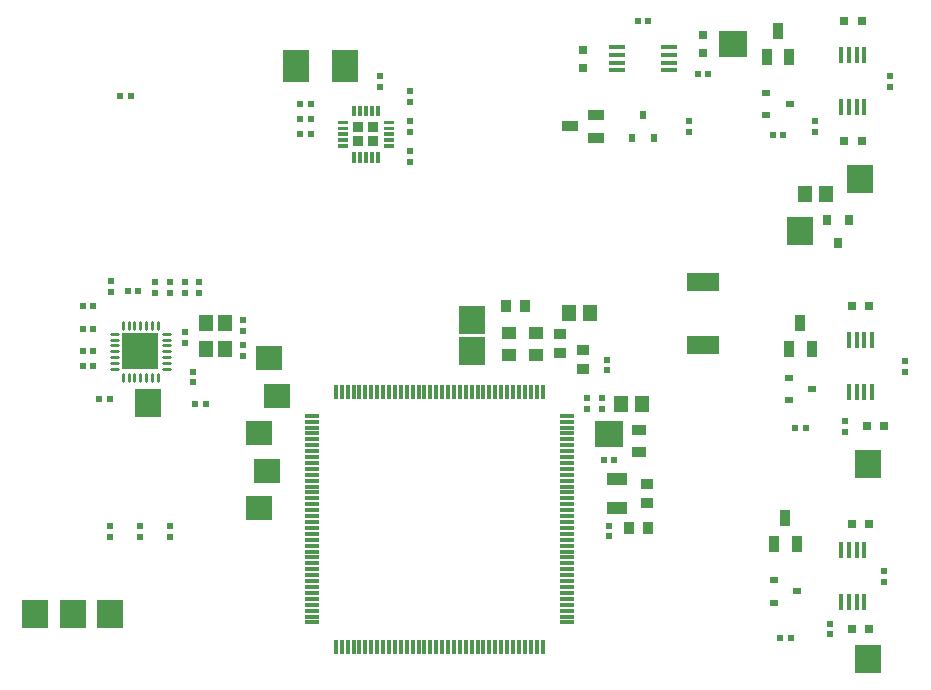
<source format=gbr>
G04 EAGLE Gerber RS-274X export*
G75*
%MOMM*%
%FSLAX34Y34*%
%LPD*%
%INSolderpaste Bottom*%
%IPPOS*%
%AMOC8*
5,1,8,0,0,1.08239X$1,22.5*%
G01*
%ADD10R,1.300000X1.050000*%
%ADD11R,0.300000X1.200000*%
%ADD12R,1.200000X0.300000*%
%ADD13R,0.500000X0.500000*%
%ADD14R,1.000000X0.950000*%
%ADD15R,0.950000X1.000000*%
%ADD16R,1.800000X1.000000*%
%ADD17R,1.300000X0.900000*%
%ADD18R,2.489200X2.235200*%
%ADD19R,2.235200X2.489200*%
%ADD20R,0.800000X0.900000*%
%ADD21R,1.150000X1.450000*%
%ADD22R,2.794000X1.498600*%
%ADD23R,0.620000X0.620000*%
%ADD24R,0.960000X0.960000*%
%ADD25C,0.018200*%
%ADD26R,2.286000X2.794000*%
%ADD27C,0.280000*%
%ADD28R,3.100000X3.100000*%
%ADD29R,1.450000X0.450000*%
%ADD30R,0.800000X0.800000*%
%ADD31R,1.400000X0.950000*%
%ADD32R,0.600000X0.700000*%
%ADD33R,0.450000X1.450000*%
%ADD34R,0.950000X1.400000*%
%ADD35R,0.700000X0.600000*%
%ADD36R,2.235200X2.057400*%
%ADD37R,1.150000X1.400000*%


D10*
X240100Y276500D03*
X217100Y276500D03*
X217100Y295000D03*
X240100Y295000D03*
D11*
X70234Y245414D03*
X75234Y245414D03*
X80234Y245414D03*
X85234Y245414D03*
X90234Y245414D03*
X95234Y245414D03*
X100234Y245414D03*
X105234Y245414D03*
X110234Y245414D03*
X115234Y245414D03*
X120234Y245414D03*
X125234Y245414D03*
X130234Y245414D03*
X135234Y245414D03*
X140234Y245414D03*
X145234Y245414D03*
X150234Y245414D03*
X155234Y245414D03*
X160234Y245414D03*
X165234Y245414D03*
X170234Y245414D03*
X175234Y245414D03*
X180234Y245414D03*
X185234Y245414D03*
X190234Y245414D03*
X195234Y245414D03*
X200234Y245414D03*
X205234Y245414D03*
X210234Y245414D03*
X215234Y245414D03*
X220234Y245414D03*
X225234Y245414D03*
X230234Y245414D03*
X235234Y245414D03*
X240234Y245414D03*
X245234Y245414D03*
D12*
X265734Y224914D03*
X265734Y219914D03*
X265734Y214914D03*
X265734Y209914D03*
X265734Y204914D03*
X265734Y199914D03*
X265734Y194914D03*
X265734Y189914D03*
X265734Y184914D03*
X265734Y179914D03*
X265734Y174914D03*
X265734Y169914D03*
X265734Y164914D03*
X265734Y159914D03*
X265734Y154914D03*
X265734Y149914D03*
X265734Y144914D03*
X265734Y139914D03*
X265734Y134914D03*
X265734Y129914D03*
X265734Y124914D03*
X265734Y119914D03*
X265734Y114914D03*
X265734Y109914D03*
X265734Y104914D03*
X265734Y99914D03*
X265734Y94914D03*
X265734Y89914D03*
X265734Y84914D03*
X265734Y79914D03*
X265734Y74914D03*
X265734Y69914D03*
X265734Y64914D03*
X265734Y59914D03*
X265734Y54914D03*
X265734Y49914D03*
D11*
X245234Y29414D03*
X240234Y29414D03*
X235234Y29414D03*
X230234Y29414D03*
X225234Y29414D03*
X220234Y29414D03*
X215234Y29414D03*
X210234Y29414D03*
X205234Y29414D03*
X200234Y29414D03*
X195234Y29414D03*
X190234Y29414D03*
X185234Y29414D03*
X180234Y29414D03*
X175234Y29414D03*
X170234Y29414D03*
X165234Y29414D03*
X160234Y29414D03*
X155234Y29414D03*
X150234Y29414D03*
X145234Y29414D03*
X140234Y29414D03*
X135234Y29414D03*
X130234Y29414D03*
X125234Y29414D03*
X120234Y29414D03*
X115234Y29414D03*
X110234Y29414D03*
X105234Y29414D03*
X100234Y29414D03*
X95234Y29414D03*
X90234Y29414D03*
X85234Y29414D03*
X80234Y29414D03*
X75234Y29414D03*
X70234Y29414D03*
D12*
X49734Y49914D03*
X49734Y54914D03*
X49734Y59914D03*
X49734Y64914D03*
X49734Y69914D03*
X49734Y74914D03*
X49734Y79914D03*
X49734Y84914D03*
X49734Y89914D03*
X49734Y94914D03*
X49734Y99914D03*
X49734Y104914D03*
X49734Y109914D03*
X49734Y114914D03*
X49734Y119914D03*
X49734Y124914D03*
X49734Y129914D03*
X49734Y134914D03*
X49734Y139914D03*
X49734Y144914D03*
X49734Y149914D03*
X49734Y154914D03*
X49734Y159914D03*
X49734Y164914D03*
X49734Y169914D03*
X49734Y174914D03*
X49734Y179914D03*
X49734Y184914D03*
X49734Y189914D03*
X49734Y194914D03*
X49734Y199914D03*
X49734Y204914D03*
X49734Y209914D03*
X49734Y214914D03*
X49734Y219914D03*
X49734Y224914D03*
D13*
X299974Y272216D03*
X299974Y263216D03*
D14*
X279908Y264542D03*
X279908Y280542D03*
D15*
X318644Y129540D03*
X334644Y129540D03*
D14*
X333502Y167004D03*
X333502Y151004D03*
D16*
X308102Y171504D03*
X308102Y146504D03*
D17*
X327152Y212954D03*
X327152Y193954D03*
D13*
X295402Y230704D03*
X295402Y239704D03*
X282702Y230704D03*
X282702Y239704D03*
D18*
X301752Y209804D03*
D19*
X520700Y19050D03*
X514350Y425450D03*
D18*
X406400Y539750D03*
D19*
X520700Y184150D03*
X463550Y381000D03*
D20*
X485800Y391000D03*
X504800Y391000D03*
X495300Y371000D03*
D21*
X485250Y412750D03*
X467250Y412750D03*
D22*
X381000Y284480D03*
X381000Y337820D03*
D13*
X-120650Y131500D03*
X-120650Y122500D03*
X-95250Y122500D03*
X-95250Y131500D03*
X-69850Y122500D03*
X-69850Y131500D03*
D19*
X185420Y279400D03*
X185420Y305562D03*
D13*
X133350Y440000D03*
X133350Y449000D03*
X39950Y476250D03*
X48950Y476250D03*
X39950Y463550D03*
X48950Y463550D03*
X133350Y490800D03*
X133350Y499800D03*
X133350Y474400D03*
X133350Y465400D03*
D23*
X107950Y503500D03*
X107950Y512500D03*
D24*
X101350Y469650D03*
X89150Y469650D03*
X89150Y457450D03*
X101350Y457450D03*
D25*
X110841Y474759D02*
X118759Y474759D01*
X118759Y472341D01*
X110841Y472341D01*
X110841Y474759D01*
X110841Y472514D02*
X118759Y472514D01*
X118759Y472687D02*
X110841Y472687D01*
X110841Y472860D02*
X118759Y472860D01*
X118759Y473033D02*
X110841Y473033D01*
X110841Y473206D02*
X118759Y473206D01*
X118759Y473379D02*
X110841Y473379D01*
X110841Y473552D02*
X118759Y473552D01*
X118759Y473725D02*
X110841Y473725D01*
X110841Y473898D02*
X118759Y473898D01*
X118759Y474071D02*
X110841Y474071D01*
X110841Y474244D02*
X118759Y474244D01*
X118759Y474417D02*
X110841Y474417D01*
X110841Y474590D02*
X118759Y474590D01*
X118759Y469759D02*
X110841Y469759D01*
X118759Y469759D02*
X118759Y467341D01*
X110841Y467341D01*
X110841Y469759D01*
X110841Y467514D02*
X118759Y467514D01*
X118759Y467687D02*
X110841Y467687D01*
X110841Y467860D02*
X118759Y467860D01*
X118759Y468033D02*
X110841Y468033D01*
X110841Y468206D02*
X118759Y468206D01*
X118759Y468379D02*
X110841Y468379D01*
X110841Y468552D02*
X118759Y468552D01*
X118759Y468725D02*
X110841Y468725D01*
X110841Y468898D02*
X118759Y468898D01*
X118759Y469071D02*
X110841Y469071D01*
X110841Y469244D02*
X118759Y469244D01*
X118759Y469417D02*
X110841Y469417D01*
X110841Y469590D02*
X118759Y469590D01*
X118759Y464759D02*
X110841Y464759D01*
X118759Y464759D02*
X118759Y462341D01*
X110841Y462341D01*
X110841Y464759D01*
X110841Y462514D02*
X118759Y462514D01*
X118759Y462687D02*
X110841Y462687D01*
X110841Y462860D02*
X118759Y462860D01*
X118759Y463033D02*
X110841Y463033D01*
X110841Y463206D02*
X118759Y463206D01*
X118759Y463379D02*
X110841Y463379D01*
X110841Y463552D02*
X118759Y463552D01*
X118759Y463725D02*
X110841Y463725D01*
X110841Y463898D02*
X118759Y463898D01*
X118759Y464071D02*
X110841Y464071D01*
X110841Y464244D02*
X118759Y464244D01*
X118759Y464417D02*
X110841Y464417D01*
X110841Y464590D02*
X118759Y464590D01*
X118759Y459759D02*
X110841Y459759D01*
X118759Y459759D02*
X118759Y457341D01*
X110841Y457341D01*
X110841Y459759D01*
X110841Y457514D02*
X118759Y457514D01*
X118759Y457687D02*
X110841Y457687D01*
X110841Y457860D02*
X118759Y457860D01*
X118759Y458033D02*
X110841Y458033D01*
X110841Y458206D02*
X118759Y458206D01*
X118759Y458379D02*
X110841Y458379D01*
X110841Y458552D02*
X118759Y458552D01*
X118759Y458725D02*
X110841Y458725D01*
X110841Y458898D02*
X118759Y458898D01*
X118759Y459071D02*
X110841Y459071D01*
X110841Y459244D02*
X118759Y459244D01*
X118759Y459417D02*
X110841Y459417D01*
X110841Y459590D02*
X118759Y459590D01*
X118759Y454759D02*
X110841Y454759D01*
X118759Y454759D02*
X118759Y452341D01*
X110841Y452341D01*
X110841Y454759D01*
X110841Y452514D02*
X118759Y452514D01*
X118759Y452687D02*
X110841Y452687D01*
X110841Y452860D02*
X118759Y452860D01*
X118759Y453033D02*
X110841Y453033D01*
X110841Y453206D02*
X118759Y453206D01*
X118759Y453379D02*
X110841Y453379D01*
X110841Y453552D02*
X118759Y453552D01*
X118759Y453725D02*
X110841Y453725D01*
X110841Y453898D02*
X118759Y453898D01*
X118759Y454071D02*
X110841Y454071D01*
X110841Y454244D02*
X118759Y454244D01*
X118759Y454417D02*
X110841Y454417D01*
X110841Y454590D02*
X118759Y454590D01*
X106459Y447959D02*
X106459Y440041D01*
X104041Y440041D01*
X104041Y447959D01*
X106459Y447959D01*
X106459Y440214D02*
X104041Y440214D01*
X104041Y440387D02*
X106459Y440387D01*
X106459Y440560D02*
X104041Y440560D01*
X104041Y440733D02*
X106459Y440733D01*
X106459Y440906D02*
X104041Y440906D01*
X104041Y441079D02*
X106459Y441079D01*
X106459Y441252D02*
X104041Y441252D01*
X104041Y441425D02*
X106459Y441425D01*
X106459Y441598D02*
X104041Y441598D01*
X104041Y441771D02*
X106459Y441771D01*
X106459Y441944D02*
X104041Y441944D01*
X104041Y442117D02*
X106459Y442117D01*
X106459Y442290D02*
X104041Y442290D01*
X104041Y442463D02*
X106459Y442463D01*
X106459Y442636D02*
X104041Y442636D01*
X104041Y442809D02*
X106459Y442809D01*
X106459Y442982D02*
X104041Y442982D01*
X104041Y443155D02*
X106459Y443155D01*
X106459Y443328D02*
X104041Y443328D01*
X104041Y443501D02*
X106459Y443501D01*
X106459Y443674D02*
X104041Y443674D01*
X104041Y443847D02*
X106459Y443847D01*
X106459Y444020D02*
X104041Y444020D01*
X104041Y444193D02*
X106459Y444193D01*
X106459Y444366D02*
X104041Y444366D01*
X104041Y444539D02*
X106459Y444539D01*
X106459Y444712D02*
X104041Y444712D01*
X104041Y444885D02*
X106459Y444885D01*
X106459Y445058D02*
X104041Y445058D01*
X104041Y445231D02*
X106459Y445231D01*
X106459Y445404D02*
X104041Y445404D01*
X104041Y445577D02*
X106459Y445577D01*
X106459Y445750D02*
X104041Y445750D01*
X104041Y445923D02*
X106459Y445923D01*
X106459Y446096D02*
X104041Y446096D01*
X104041Y446269D02*
X106459Y446269D01*
X106459Y446442D02*
X104041Y446442D01*
X104041Y446615D02*
X106459Y446615D01*
X106459Y446788D02*
X104041Y446788D01*
X104041Y446961D02*
X106459Y446961D01*
X106459Y447134D02*
X104041Y447134D01*
X104041Y447307D02*
X106459Y447307D01*
X106459Y447480D02*
X104041Y447480D01*
X104041Y447653D02*
X106459Y447653D01*
X106459Y447826D02*
X104041Y447826D01*
X101459Y447959D02*
X101459Y440041D01*
X99041Y440041D01*
X99041Y447959D01*
X101459Y447959D01*
X101459Y440214D02*
X99041Y440214D01*
X99041Y440387D02*
X101459Y440387D01*
X101459Y440560D02*
X99041Y440560D01*
X99041Y440733D02*
X101459Y440733D01*
X101459Y440906D02*
X99041Y440906D01*
X99041Y441079D02*
X101459Y441079D01*
X101459Y441252D02*
X99041Y441252D01*
X99041Y441425D02*
X101459Y441425D01*
X101459Y441598D02*
X99041Y441598D01*
X99041Y441771D02*
X101459Y441771D01*
X101459Y441944D02*
X99041Y441944D01*
X99041Y442117D02*
X101459Y442117D01*
X101459Y442290D02*
X99041Y442290D01*
X99041Y442463D02*
X101459Y442463D01*
X101459Y442636D02*
X99041Y442636D01*
X99041Y442809D02*
X101459Y442809D01*
X101459Y442982D02*
X99041Y442982D01*
X99041Y443155D02*
X101459Y443155D01*
X101459Y443328D02*
X99041Y443328D01*
X99041Y443501D02*
X101459Y443501D01*
X101459Y443674D02*
X99041Y443674D01*
X99041Y443847D02*
X101459Y443847D01*
X101459Y444020D02*
X99041Y444020D01*
X99041Y444193D02*
X101459Y444193D01*
X101459Y444366D02*
X99041Y444366D01*
X99041Y444539D02*
X101459Y444539D01*
X101459Y444712D02*
X99041Y444712D01*
X99041Y444885D02*
X101459Y444885D01*
X101459Y445058D02*
X99041Y445058D01*
X99041Y445231D02*
X101459Y445231D01*
X101459Y445404D02*
X99041Y445404D01*
X99041Y445577D02*
X101459Y445577D01*
X101459Y445750D02*
X99041Y445750D01*
X99041Y445923D02*
X101459Y445923D01*
X101459Y446096D02*
X99041Y446096D01*
X99041Y446269D02*
X101459Y446269D01*
X101459Y446442D02*
X99041Y446442D01*
X99041Y446615D02*
X101459Y446615D01*
X101459Y446788D02*
X99041Y446788D01*
X99041Y446961D02*
X101459Y446961D01*
X101459Y447134D02*
X99041Y447134D01*
X99041Y447307D02*
X101459Y447307D01*
X101459Y447480D02*
X99041Y447480D01*
X99041Y447653D02*
X101459Y447653D01*
X101459Y447826D02*
X99041Y447826D01*
X96459Y447959D02*
X96459Y440041D01*
X94041Y440041D01*
X94041Y447959D01*
X96459Y447959D01*
X96459Y440214D02*
X94041Y440214D01*
X94041Y440387D02*
X96459Y440387D01*
X96459Y440560D02*
X94041Y440560D01*
X94041Y440733D02*
X96459Y440733D01*
X96459Y440906D02*
X94041Y440906D01*
X94041Y441079D02*
X96459Y441079D01*
X96459Y441252D02*
X94041Y441252D01*
X94041Y441425D02*
X96459Y441425D01*
X96459Y441598D02*
X94041Y441598D01*
X94041Y441771D02*
X96459Y441771D01*
X96459Y441944D02*
X94041Y441944D01*
X94041Y442117D02*
X96459Y442117D01*
X96459Y442290D02*
X94041Y442290D01*
X94041Y442463D02*
X96459Y442463D01*
X96459Y442636D02*
X94041Y442636D01*
X94041Y442809D02*
X96459Y442809D01*
X96459Y442982D02*
X94041Y442982D01*
X94041Y443155D02*
X96459Y443155D01*
X96459Y443328D02*
X94041Y443328D01*
X94041Y443501D02*
X96459Y443501D01*
X96459Y443674D02*
X94041Y443674D01*
X94041Y443847D02*
X96459Y443847D01*
X96459Y444020D02*
X94041Y444020D01*
X94041Y444193D02*
X96459Y444193D01*
X96459Y444366D02*
X94041Y444366D01*
X94041Y444539D02*
X96459Y444539D01*
X96459Y444712D02*
X94041Y444712D01*
X94041Y444885D02*
X96459Y444885D01*
X96459Y445058D02*
X94041Y445058D01*
X94041Y445231D02*
X96459Y445231D01*
X96459Y445404D02*
X94041Y445404D01*
X94041Y445577D02*
X96459Y445577D01*
X96459Y445750D02*
X94041Y445750D01*
X94041Y445923D02*
X96459Y445923D01*
X96459Y446096D02*
X94041Y446096D01*
X94041Y446269D02*
X96459Y446269D01*
X96459Y446442D02*
X94041Y446442D01*
X94041Y446615D02*
X96459Y446615D01*
X96459Y446788D02*
X94041Y446788D01*
X94041Y446961D02*
X96459Y446961D01*
X96459Y447134D02*
X94041Y447134D01*
X94041Y447307D02*
X96459Y447307D01*
X96459Y447480D02*
X94041Y447480D01*
X94041Y447653D02*
X96459Y447653D01*
X96459Y447826D02*
X94041Y447826D01*
X91459Y447959D02*
X91459Y440041D01*
X89041Y440041D01*
X89041Y447959D01*
X91459Y447959D01*
X91459Y440214D02*
X89041Y440214D01*
X89041Y440387D02*
X91459Y440387D01*
X91459Y440560D02*
X89041Y440560D01*
X89041Y440733D02*
X91459Y440733D01*
X91459Y440906D02*
X89041Y440906D01*
X89041Y441079D02*
X91459Y441079D01*
X91459Y441252D02*
X89041Y441252D01*
X89041Y441425D02*
X91459Y441425D01*
X91459Y441598D02*
X89041Y441598D01*
X89041Y441771D02*
X91459Y441771D01*
X91459Y441944D02*
X89041Y441944D01*
X89041Y442117D02*
X91459Y442117D01*
X91459Y442290D02*
X89041Y442290D01*
X89041Y442463D02*
X91459Y442463D01*
X91459Y442636D02*
X89041Y442636D01*
X89041Y442809D02*
X91459Y442809D01*
X91459Y442982D02*
X89041Y442982D01*
X89041Y443155D02*
X91459Y443155D01*
X91459Y443328D02*
X89041Y443328D01*
X89041Y443501D02*
X91459Y443501D01*
X91459Y443674D02*
X89041Y443674D01*
X89041Y443847D02*
X91459Y443847D01*
X91459Y444020D02*
X89041Y444020D01*
X89041Y444193D02*
X91459Y444193D01*
X91459Y444366D02*
X89041Y444366D01*
X89041Y444539D02*
X91459Y444539D01*
X91459Y444712D02*
X89041Y444712D01*
X89041Y444885D02*
X91459Y444885D01*
X91459Y445058D02*
X89041Y445058D01*
X89041Y445231D02*
X91459Y445231D01*
X91459Y445404D02*
X89041Y445404D01*
X89041Y445577D02*
X91459Y445577D01*
X91459Y445750D02*
X89041Y445750D01*
X89041Y445923D02*
X91459Y445923D01*
X91459Y446096D02*
X89041Y446096D01*
X89041Y446269D02*
X91459Y446269D01*
X91459Y446442D02*
X89041Y446442D01*
X89041Y446615D02*
X91459Y446615D01*
X91459Y446788D02*
X89041Y446788D01*
X89041Y446961D02*
X91459Y446961D01*
X91459Y447134D02*
X89041Y447134D01*
X89041Y447307D02*
X91459Y447307D01*
X91459Y447480D02*
X89041Y447480D01*
X89041Y447653D02*
X91459Y447653D01*
X91459Y447826D02*
X89041Y447826D01*
X86459Y447959D02*
X86459Y440041D01*
X84041Y440041D01*
X84041Y447959D01*
X86459Y447959D01*
X86459Y440214D02*
X84041Y440214D01*
X84041Y440387D02*
X86459Y440387D01*
X86459Y440560D02*
X84041Y440560D01*
X84041Y440733D02*
X86459Y440733D01*
X86459Y440906D02*
X84041Y440906D01*
X84041Y441079D02*
X86459Y441079D01*
X86459Y441252D02*
X84041Y441252D01*
X84041Y441425D02*
X86459Y441425D01*
X86459Y441598D02*
X84041Y441598D01*
X84041Y441771D02*
X86459Y441771D01*
X86459Y441944D02*
X84041Y441944D01*
X84041Y442117D02*
X86459Y442117D01*
X86459Y442290D02*
X84041Y442290D01*
X84041Y442463D02*
X86459Y442463D01*
X86459Y442636D02*
X84041Y442636D01*
X84041Y442809D02*
X86459Y442809D01*
X86459Y442982D02*
X84041Y442982D01*
X84041Y443155D02*
X86459Y443155D01*
X86459Y443328D02*
X84041Y443328D01*
X84041Y443501D02*
X86459Y443501D01*
X86459Y443674D02*
X84041Y443674D01*
X84041Y443847D02*
X86459Y443847D01*
X86459Y444020D02*
X84041Y444020D01*
X84041Y444193D02*
X86459Y444193D01*
X86459Y444366D02*
X84041Y444366D01*
X84041Y444539D02*
X86459Y444539D01*
X86459Y444712D02*
X84041Y444712D01*
X84041Y444885D02*
X86459Y444885D01*
X86459Y445058D02*
X84041Y445058D01*
X84041Y445231D02*
X86459Y445231D01*
X86459Y445404D02*
X84041Y445404D01*
X84041Y445577D02*
X86459Y445577D01*
X86459Y445750D02*
X84041Y445750D01*
X84041Y445923D02*
X86459Y445923D01*
X86459Y446096D02*
X84041Y446096D01*
X84041Y446269D02*
X86459Y446269D01*
X86459Y446442D02*
X84041Y446442D01*
X84041Y446615D02*
X86459Y446615D01*
X86459Y446788D02*
X84041Y446788D01*
X84041Y446961D02*
X86459Y446961D01*
X86459Y447134D02*
X84041Y447134D01*
X84041Y447307D02*
X86459Y447307D01*
X86459Y447480D02*
X84041Y447480D01*
X84041Y447653D02*
X86459Y447653D01*
X86459Y447826D02*
X84041Y447826D01*
X79659Y452341D02*
X71741Y452341D01*
X71741Y454759D01*
X79659Y454759D01*
X79659Y452341D01*
X79659Y452514D02*
X71741Y452514D01*
X71741Y452687D02*
X79659Y452687D01*
X79659Y452860D02*
X71741Y452860D01*
X71741Y453033D02*
X79659Y453033D01*
X79659Y453206D02*
X71741Y453206D01*
X71741Y453379D02*
X79659Y453379D01*
X79659Y453552D02*
X71741Y453552D01*
X71741Y453725D02*
X79659Y453725D01*
X79659Y453898D02*
X71741Y453898D01*
X71741Y454071D02*
X79659Y454071D01*
X79659Y454244D02*
X71741Y454244D01*
X71741Y454417D02*
X79659Y454417D01*
X79659Y454590D02*
X71741Y454590D01*
X71741Y457341D02*
X79659Y457341D01*
X71741Y457341D02*
X71741Y459759D01*
X79659Y459759D01*
X79659Y457341D01*
X79659Y457514D02*
X71741Y457514D01*
X71741Y457687D02*
X79659Y457687D01*
X79659Y457860D02*
X71741Y457860D01*
X71741Y458033D02*
X79659Y458033D01*
X79659Y458206D02*
X71741Y458206D01*
X71741Y458379D02*
X79659Y458379D01*
X79659Y458552D02*
X71741Y458552D01*
X71741Y458725D02*
X79659Y458725D01*
X79659Y458898D02*
X71741Y458898D01*
X71741Y459071D02*
X79659Y459071D01*
X79659Y459244D02*
X71741Y459244D01*
X71741Y459417D02*
X79659Y459417D01*
X79659Y459590D02*
X71741Y459590D01*
X71741Y462341D02*
X79659Y462341D01*
X71741Y462341D02*
X71741Y464759D01*
X79659Y464759D01*
X79659Y462341D01*
X79659Y462514D02*
X71741Y462514D01*
X71741Y462687D02*
X79659Y462687D01*
X79659Y462860D02*
X71741Y462860D01*
X71741Y463033D02*
X79659Y463033D01*
X79659Y463206D02*
X71741Y463206D01*
X71741Y463379D02*
X79659Y463379D01*
X79659Y463552D02*
X71741Y463552D01*
X71741Y463725D02*
X79659Y463725D01*
X79659Y463898D02*
X71741Y463898D01*
X71741Y464071D02*
X79659Y464071D01*
X79659Y464244D02*
X71741Y464244D01*
X71741Y464417D02*
X79659Y464417D01*
X79659Y464590D02*
X71741Y464590D01*
X71741Y467341D02*
X79659Y467341D01*
X71741Y467341D02*
X71741Y469759D01*
X79659Y469759D01*
X79659Y467341D01*
X79659Y467514D02*
X71741Y467514D01*
X71741Y467687D02*
X79659Y467687D01*
X79659Y467860D02*
X71741Y467860D01*
X71741Y468033D02*
X79659Y468033D01*
X79659Y468206D02*
X71741Y468206D01*
X71741Y468379D02*
X79659Y468379D01*
X79659Y468552D02*
X71741Y468552D01*
X71741Y468725D02*
X79659Y468725D01*
X79659Y468898D02*
X71741Y468898D01*
X71741Y469071D02*
X79659Y469071D01*
X79659Y469244D02*
X71741Y469244D01*
X71741Y469417D02*
X79659Y469417D01*
X79659Y469590D02*
X71741Y469590D01*
X71741Y472341D02*
X79659Y472341D01*
X71741Y472341D02*
X71741Y474759D01*
X79659Y474759D01*
X79659Y472341D01*
X79659Y472514D02*
X71741Y472514D01*
X71741Y472687D02*
X79659Y472687D01*
X79659Y472860D02*
X71741Y472860D01*
X71741Y473033D02*
X79659Y473033D01*
X79659Y473206D02*
X71741Y473206D01*
X71741Y473379D02*
X79659Y473379D01*
X79659Y473552D02*
X71741Y473552D01*
X71741Y473725D02*
X79659Y473725D01*
X79659Y473898D02*
X71741Y473898D01*
X71741Y474071D02*
X79659Y474071D01*
X79659Y474244D02*
X71741Y474244D01*
X71741Y474417D02*
X79659Y474417D01*
X79659Y474590D02*
X71741Y474590D01*
X84041Y479141D02*
X84041Y487059D01*
X86459Y487059D01*
X86459Y479141D01*
X84041Y479141D01*
X84041Y479314D02*
X86459Y479314D01*
X86459Y479487D02*
X84041Y479487D01*
X84041Y479660D02*
X86459Y479660D01*
X86459Y479833D02*
X84041Y479833D01*
X84041Y480006D02*
X86459Y480006D01*
X86459Y480179D02*
X84041Y480179D01*
X84041Y480352D02*
X86459Y480352D01*
X86459Y480525D02*
X84041Y480525D01*
X84041Y480698D02*
X86459Y480698D01*
X86459Y480871D02*
X84041Y480871D01*
X84041Y481044D02*
X86459Y481044D01*
X86459Y481217D02*
X84041Y481217D01*
X84041Y481390D02*
X86459Y481390D01*
X86459Y481563D02*
X84041Y481563D01*
X84041Y481736D02*
X86459Y481736D01*
X86459Y481909D02*
X84041Y481909D01*
X84041Y482082D02*
X86459Y482082D01*
X86459Y482255D02*
X84041Y482255D01*
X84041Y482428D02*
X86459Y482428D01*
X86459Y482601D02*
X84041Y482601D01*
X84041Y482774D02*
X86459Y482774D01*
X86459Y482947D02*
X84041Y482947D01*
X84041Y483120D02*
X86459Y483120D01*
X86459Y483293D02*
X84041Y483293D01*
X84041Y483466D02*
X86459Y483466D01*
X86459Y483639D02*
X84041Y483639D01*
X84041Y483812D02*
X86459Y483812D01*
X86459Y483985D02*
X84041Y483985D01*
X84041Y484158D02*
X86459Y484158D01*
X86459Y484331D02*
X84041Y484331D01*
X84041Y484504D02*
X86459Y484504D01*
X86459Y484677D02*
X84041Y484677D01*
X84041Y484850D02*
X86459Y484850D01*
X86459Y485023D02*
X84041Y485023D01*
X84041Y485196D02*
X86459Y485196D01*
X86459Y485369D02*
X84041Y485369D01*
X84041Y485542D02*
X86459Y485542D01*
X86459Y485715D02*
X84041Y485715D01*
X84041Y485888D02*
X86459Y485888D01*
X86459Y486061D02*
X84041Y486061D01*
X84041Y486234D02*
X86459Y486234D01*
X86459Y486407D02*
X84041Y486407D01*
X84041Y486580D02*
X86459Y486580D01*
X86459Y486753D02*
X84041Y486753D01*
X84041Y486926D02*
X86459Y486926D01*
X89041Y487059D02*
X89041Y479141D01*
X89041Y487059D02*
X91459Y487059D01*
X91459Y479141D01*
X89041Y479141D01*
X89041Y479314D02*
X91459Y479314D01*
X91459Y479487D02*
X89041Y479487D01*
X89041Y479660D02*
X91459Y479660D01*
X91459Y479833D02*
X89041Y479833D01*
X89041Y480006D02*
X91459Y480006D01*
X91459Y480179D02*
X89041Y480179D01*
X89041Y480352D02*
X91459Y480352D01*
X91459Y480525D02*
X89041Y480525D01*
X89041Y480698D02*
X91459Y480698D01*
X91459Y480871D02*
X89041Y480871D01*
X89041Y481044D02*
X91459Y481044D01*
X91459Y481217D02*
X89041Y481217D01*
X89041Y481390D02*
X91459Y481390D01*
X91459Y481563D02*
X89041Y481563D01*
X89041Y481736D02*
X91459Y481736D01*
X91459Y481909D02*
X89041Y481909D01*
X89041Y482082D02*
X91459Y482082D01*
X91459Y482255D02*
X89041Y482255D01*
X89041Y482428D02*
X91459Y482428D01*
X91459Y482601D02*
X89041Y482601D01*
X89041Y482774D02*
X91459Y482774D01*
X91459Y482947D02*
X89041Y482947D01*
X89041Y483120D02*
X91459Y483120D01*
X91459Y483293D02*
X89041Y483293D01*
X89041Y483466D02*
X91459Y483466D01*
X91459Y483639D02*
X89041Y483639D01*
X89041Y483812D02*
X91459Y483812D01*
X91459Y483985D02*
X89041Y483985D01*
X89041Y484158D02*
X91459Y484158D01*
X91459Y484331D02*
X89041Y484331D01*
X89041Y484504D02*
X91459Y484504D01*
X91459Y484677D02*
X89041Y484677D01*
X89041Y484850D02*
X91459Y484850D01*
X91459Y485023D02*
X89041Y485023D01*
X89041Y485196D02*
X91459Y485196D01*
X91459Y485369D02*
X89041Y485369D01*
X89041Y485542D02*
X91459Y485542D01*
X91459Y485715D02*
X89041Y485715D01*
X89041Y485888D02*
X91459Y485888D01*
X91459Y486061D02*
X89041Y486061D01*
X89041Y486234D02*
X91459Y486234D01*
X91459Y486407D02*
X89041Y486407D01*
X89041Y486580D02*
X91459Y486580D01*
X91459Y486753D02*
X89041Y486753D01*
X89041Y486926D02*
X91459Y486926D01*
X94041Y487059D02*
X94041Y479141D01*
X94041Y487059D02*
X96459Y487059D01*
X96459Y479141D01*
X94041Y479141D01*
X94041Y479314D02*
X96459Y479314D01*
X96459Y479487D02*
X94041Y479487D01*
X94041Y479660D02*
X96459Y479660D01*
X96459Y479833D02*
X94041Y479833D01*
X94041Y480006D02*
X96459Y480006D01*
X96459Y480179D02*
X94041Y480179D01*
X94041Y480352D02*
X96459Y480352D01*
X96459Y480525D02*
X94041Y480525D01*
X94041Y480698D02*
X96459Y480698D01*
X96459Y480871D02*
X94041Y480871D01*
X94041Y481044D02*
X96459Y481044D01*
X96459Y481217D02*
X94041Y481217D01*
X94041Y481390D02*
X96459Y481390D01*
X96459Y481563D02*
X94041Y481563D01*
X94041Y481736D02*
X96459Y481736D01*
X96459Y481909D02*
X94041Y481909D01*
X94041Y482082D02*
X96459Y482082D01*
X96459Y482255D02*
X94041Y482255D01*
X94041Y482428D02*
X96459Y482428D01*
X96459Y482601D02*
X94041Y482601D01*
X94041Y482774D02*
X96459Y482774D01*
X96459Y482947D02*
X94041Y482947D01*
X94041Y483120D02*
X96459Y483120D01*
X96459Y483293D02*
X94041Y483293D01*
X94041Y483466D02*
X96459Y483466D01*
X96459Y483639D02*
X94041Y483639D01*
X94041Y483812D02*
X96459Y483812D01*
X96459Y483985D02*
X94041Y483985D01*
X94041Y484158D02*
X96459Y484158D01*
X96459Y484331D02*
X94041Y484331D01*
X94041Y484504D02*
X96459Y484504D01*
X96459Y484677D02*
X94041Y484677D01*
X94041Y484850D02*
X96459Y484850D01*
X96459Y485023D02*
X94041Y485023D01*
X94041Y485196D02*
X96459Y485196D01*
X96459Y485369D02*
X94041Y485369D01*
X94041Y485542D02*
X96459Y485542D01*
X96459Y485715D02*
X94041Y485715D01*
X94041Y485888D02*
X96459Y485888D01*
X96459Y486061D02*
X94041Y486061D01*
X94041Y486234D02*
X96459Y486234D01*
X96459Y486407D02*
X94041Y486407D01*
X94041Y486580D02*
X96459Y486580D01*
X96459Y486753D02*
X94041Y486753D01*
X94041Y486926D02*
X96459Y486926D01*
X99041Y487059D02*
X99041Y479141D01*
X99041Y487059D02*
X101459Y487059D01*
X101459Y479141D01*
X99041Y479141D01*
X99041Y479314D02*
X101459Y479314D01*
X101459Y479487D02*
X99041Y479487D01*
X99041Y479660D02*
X101459Y479660D01*
X101459Y479833D02*
X99041Y479833D01*
X99041Y480006D02*
X101459Y480006D01*
X101459Y480179D02*
X99041Y480179D01*
X99041Y480352D02*
X101459Y480352D01*
X101459Y480525D02*
X99041Y480525D01*
X99041Y480698D02*
X101459Y480698D01*
X101459Y480871D02*
X99041Y480871D01*
X99041Y481044D02*
X101459Y481044D01*
X101459Y481217D02*
X99041Y481217D01*
X99041Y481390D02*
X101459Y481390D01*
X101459Y481563D02*
X99041Y481563D01*
X99041Y481736D02*
X101459Y481736D01*
X101459Y481909D02*
X99041Y481909D01*
X99041Y482082D02*
X101459Y482082D01*
X101459Y482255D02*
X99041Y482255D01*
X99041Y482428D02*
X101459Y482428D01*
X101459Y482601D02*
X99041Y482601D01*
X99041Y482774D02*
X101459Y482774D01*
X101459Y482947D02*
X99041Y482947D01*
X99041Y483120D02*
X101459Y483120D01*
X101459Y483293D02*
X99041Y483293D01*
X99041Y483466D02*
X101459Y483466D01*
X101459Y483639D02*
X99041Y483639D01*
X99041Y483812D02*
X101459Y483812D01*
X101459Y483985D02*
X99041Y483985D01*
X99041Y484158D02*
X101459Y484158D01*
X101459Y484331D02*
X99041Y484331D01*
X99041Y484504D02*
X101459Y484504D01*
X101459Y484677D02*
X99041Y484677D01*
X99041Y484850D02*
X101459Y484850D01*
X101459Y485023D02*
X99041Y485023D01*
X99041Y485196D02*
X101459Y485196D01*
X101459Y485369D02*
X99041Y485369D01*
X99041Y485542D02*
X101459Y485542D01*
X101459Y485715D02*
X99041Y485715D01*
X99041Y485888D02*
X101459Y485888D01*
X101459Y486061D02*
X99041Y486061D01*
X99041Y486234D02*
X101459Y486234D01*
X101459Y486407D02*
X99041Y486407D01*
X99041Y486580D02*
X101459Y486580D01*
X101459Y486753D02*
X99041Y486753D01*
X99041Y486926D02*
X101459Y486926D01*
X104041Y487059D02*
X104041Y479141D01*
X104041Y487059D02*
X106459Y487059D01*
X106459Y479141D01*
X104041Y479141D01*
X104041Y479314D02*
X106459Y479314D01*
X106459Y479487D02*
X104041Y479487D01*
X104041Y479660D02*
X106459Y479660D01*
X106459Y479833D02*
X104041Y479833D01*
X104041Y480006D02*
X106459Y480006D01*
X106459Y480179D02*
X104041Y480179D01*
X104041Y480352D02*
X106459Y480352D01*
X106459Y480525D02*
X104041Y480525D01*
X104041Y480698D02*
X106459Y480698D01*
X106459Y480871D02*
X104041Y480871D01*
X104041Y481044D02*
X106459Y481044D01*
X106459Y481217D02*
X104041Y481217D01*
X104041Y481390D02*
X106459Y481390D01*
X106459Y481563D02*
X104041Y481563D01*
X104041Y481736D02*
X106459Y481736D01*
X106459Y481909D02*
X104041Y481909D01*
X104041Y482082D02*
X106459Y482082D01*
X106459Y482255D02*
X104041Y482255D01*
X104041Y482428D02*
X106459Y482428D01*
X106459Y482601D02*
X104041Y482601D01*
X104041Y482774D02*
X106459Y482774D01*
X106459Y482947D02*
X104041Y482947D01*
X104041Y483120D02*
X106459Y483120D01*
X106459Y483293D02*
X104041Y483293D01*
X104041Y483466D02*
X106459Y483466D01*
X106459Y483639D02*
X104041Y483639D01*
X104041Y483812D02*
X106459Y483812D01*
X106459Y483985D02*
X104041Y483985D01*
X104041Y484158D02*
X106459Y484158D01*
X106459Y484331D02*
X104041Y484331D01*
X104041Y484504D02*
X106459Y484504D01*
X106459Y484677D02*
X104041Y484677D01*
X104041Y484850D02*
X106459Y484850D01*
X106459Y485023D02*
X104041Y485023D01*
X104041Y485196D02*
X106459Y485196D01*
X106459Y485369D02*
X104041Y485369D01*
X104041Y485542D02*
X106459Y485542D01*
X106459Y485715D02*
X104041Y485715D01*
X104041Y485888D02*
X106459Y485888D01*
X106459Y486061D02*
X104041Y486061D01*
X104041Y486234D02*
X106459Y486234D01*
X106459Y486407D02*
X104041Y486407D01*
X104041Y486580D02*
X106459Y486580D01*
X106459Y486753D02*
X104041Y486753D01*
X104041Y486926D02*
X106459Y486926D01*
D26*
X36690Y520700D03*
X77610Y520700D03*
D23*
X48950Y488950D03*
X39950Y488950D03*
D15*
X214250Y317500D03*
X230250Y317500D03*
D14*
X260350Y277750D03*
X260350Y293750D03*
D21*
X311802Y235204D03*
X329802Y235204D03*
X285606Y312166D03*
X267606Y312166D03*
D23*
X305998Y187198D03*
X296998Y187198D03*
D13*
X301752Y131754D03*
X301752Y122754D03*
D19*
X-120650Y57150D03*
D27*
X-80250Y254250D02*
X-80250Y260350D01*
X-85250Y260350D02*
X-85250Y254250D01*
X-90250Y254250D02*
X-90250Y260350D01*
X-95250Y260350D02*
X-95250Y254250D01*
X-100250Y254250D02*
X-100250Y260350D01*
X-105250Y260350D02*
X-105250Y254250D01*
X-110250Y254250D02*
X-110250Y260350D01*
X-114300Y264400D02*
X-120400Y264400D01*
X-120400Y269400D02*
X-114300Y269400D01*
X-114300Y274400D02*
X-120400Y274400D01*
X-120400Y279400D02*
X-114300Y279400D01*
X-114300Y284400D02*
X-120400Y284400D01*
X-120400Y289400D02*
X-114300Y289400D01*
X-114300Y294400D02*
X-120400Y294400D01*
X-110250Y298450D02*
X-110250Y304550D01*
X-105250Y304550D02*
X-105250Y298450D01*
X-100250Y298450D02*
X-100250Y304550D01*
X-95250Y304550D02*
X-95250Y298450D01*
X-90250Y298450D02*
X-90250Y304550D01*
X-85250Y304550D02*
X-85250Y298450D01*
X-80250Y298450D02*
X-80250Y304550D01*
X-76200Y294400D02*
X-70100Y294400D01*
X-70100Y289400D02*
X-76200Y289400D01*
X-76200Y284400D02*
X-70100Y284400D01*
X-70100Y279400D02*
X-76200Y279400D01*
X-76200Y274400D02*
X-70100Y274400D01*
X-70100Y269400D02*
X-76200Y269400D01*
X-76200Y264400D02*
X-70100Y264400D01*
D28*
X-95250Y279400D03*
D13*
X-135200Y279400D03*
X-144200Y279400D03*
X-129976Y239268D03*
X-120976Y239268D03*
X-45212Y338002D03*
X-45212Y329002D03*
X-57404Y329002D03*
X-57404Y338002D03*
D23*
X-103450Y495300D03*
X-112450Y495300D03*
X-106100Y330200D03*
X-97100Y330200D03*
D13*
X-50800Y253310D03*
X-50800Y262310D03*
D23*
X-48950Y234950D03*
X-39950Y234950D03*
X-135200Y266700D03*
X-144200Y266700D03*
X-135200Y317500D03*
X-144200Y317500D03*
X-70104Y329002D03*
X-70104Y338002D03*
X-8128Y275408D03*
X-8128Y284408D03*
X-8382Y305744D03*
X-8382Y296744D03*
D13*
X-120142Y339018D03*
X-120142Y330018D03*
X-82804Y329002D03*
X-82804Y338002D03*
X-144200Y298450D03*
X-135200Y298450D03*
D29*
X352200Y536800D03*
X352200Y530300D03*
X352200Y523800D03*
X352200Y517300D03*
X308200Y517300D03*
X308200Y523800D03*
X308200Y530300D03*
X308200Y536800D03*
D13*
X369570Y465400D03*
X369570Y474400D03*
D30*
X279400Y519550D03*
X279400Y534550D03*
D23*
X325700Y558800D03*
X334700Y558800D03*
D31*
X290400Y479400D03*
X290400Y460400D03*
X268400Y469900D03*
D32*
X339700Y459900D03*
X320700Y459900D03*
X330200Y479900D03*
D30*
X381000Y532250D03*
X381000Y547250D03*
D23*
X376500Y514350D03*
X385500Y514350D03*
D33*
X517750Y486000D03*
X511250Y486000D03*
X504750Y486000D03*
X498250Y486000D03*
X498250Y530000D03*
X504750Y530000D03*
X511250Y530000D03*
X517750Y530000D03*
D13*
X440000Y462280D03*
X449000Y462280D03*
D30*
X500500Y558800D03*
X515500Y558800D03*
D23*
X539750Y512500D03*
X539750Y503500D03*
D34*
X454000Y528750D03*
X435000Y528750D03*
X444500Y550750D03*
D35*
X434500Y479450D03*
X434500Y498450D03*
X454500Y488950D03*
D30*
X500500Y457200D03*
X515500Y457200D03*
D23*
X476250Y474400D03*
X476250Y465400D03*
D33*
X524100Y244700D03*
X517600Y244700D03*
X511100Y244700D03*
X504600Y244700D03*
X504600Y288700D03*
X511100Y288700D03*
X517600Y288700D03*
X524100Y288700D03*
D13*
X459050Y214630D03*
X468050Y214630D03*
D30*
X506850Y317500D03*
X521850Y317500D03*
D23*
X552450Y271200D03*
X552450Y262200D03*
D34*
X473050Y281100D03*
X454050Y281100D03*
X463550Y303100D03*
D35*
X453550Y238150D03*
X453550Y257150D03*
X473550Y247650D03*
D30*
X519550Y215900D03*
X534550Y215900D03*
D23*
X501650Y220400D03*
X501650Y211400D03*
D33*
X517750Y66900D03*
X511250Y66900D03*
X504750Y66900D03*
X498250Y66900D03*
X498250Y110900D03*
X504750Y110900D03*
X511250Y110900D03*
X517750Y110900D03*
D13*
X446350Y36830D03*
X455350Y36830D03*
D30*
X506850Y133350D03*
X521850Y133350D03*
D23*
X534670Y93146D03*
X534670Y84146D03*
D34*
X460350Y116000D03*
X441350Y116000D03*
X450850Y138000D03*
D35*
X440850Y66700D03*
X440850Y85700D03*
X460850Y76200D03*
D30*
X506850Y44450D03*
X521850Y44450D03*
D23*
X488950Y48950D03*
X488950Y39950D03*
D36*
X5588Y210185D03*
X20320Y241681D03*
X5588Y146685D03*
X11938Y178435D03*
D37*
X-23750Y281100D03*
X-39750Y281100D03*
X-39750Y303100D03*
X-23750Y303100D03*
D19*
X-152400Y57150D03*
X-184150Y57150D03*
D36*
X13970Y273431D03*
D13*
X-57404Y295838D03*
X-57404Y286838D03*
D19*
X-88646Y235966D03*
M02*

</source>
